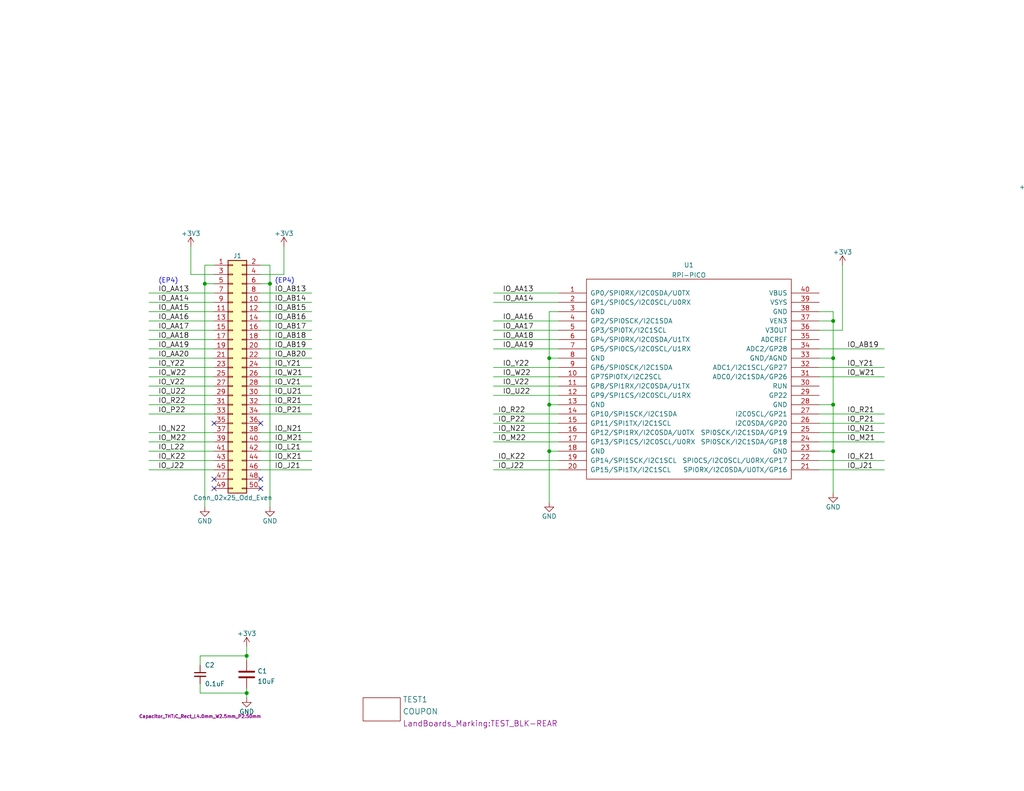
<source format=kicad_sch>
(kicad_sch (version 20211123) (generator eeschema)
  (paper "A")
  (title_block (title "ITX-PI-PICO") (date "2022-08-28") (rev "1") (company "land-boards.com") (comment 1 "PI PICO CARD FOR ITX"))
  (lib_symbols
    (symbol "Connector_Generic:Conn_02x25_Odd_Even" (pin_names (offset 1.016) hide)
      (property "Reference" "J" (at 1.27 33.02 0))
      (property "Value" "Conn_02x25_Odd_Even" (at 1.27 -33.02 0))
      (symbol "Conn_02x25_Odd_Even_1_1"
        (rectangle (start -1.27 -30.353) (end 0 -30.607) (stroke (width 0.1524)))
        (rectangle (start -1.27 -27.813) (end 0 -28.067) (stroke (width 0.1524)))
        (rectangle (start -1.27 -25.273) (end 0 -25.527) (stroke (width 0.1524)))
        (rectangle (start -1.27 -22.733) (end 0 -22.987) (stroke (width 0.1524)))
        (rectangle (start -1.27 -20.193) (end 0 -20.447) (stroke (width 0.1524)))
        (rectangle (start -1.27 -17.653) (end 0 -17.907) (stroke (width 0.1524)))
        (rectangle (start -1.27 -15.113) (end 0 -15.367) (stroke (width 0.1524)))
        (rectangle (start -1.27 -12.573) (end 0 -12.827) (stroke (width 0.1524)))
        (rectangle (start -1.27 -10.033) (end 0 -10.287) (stroke (width 0.1524)))
        (rectangle (start -1.27 -7.493) (end 0 -7.747) (stroke (width 0.1524)))
        (rectangle (start -1.27 -4.953) (end 0 -5.207) (stroke (width 0.1524)))
        (rectangle (start -1.27 -2.413) (end 0 -2.667) (stroke (width 0.1524)))
        (rectangle (start -1.27 0.127) (end 0 -0.127) (stroke (width 0.1524)))
        (rectangle (start -1.27 2.667) (end 0 2.413) (stroke (width 0.1524)))
        (rectangle (start -1.27 5.207) (end 0 4.953) (stroke (width 0.1524)))
        (rectangle (start -1.27 7.747) (end 0 7.493) (stroke (width 0.1524)))
        (rectangle (start -1.27 10.287) (end 0 10.033) (stroke (width 0.1524)))
        (rectangle (start -1.27 12.827) (end 0 12.573) (stroke (width 0.1524)))
        (rectangle (start -1.27 15.367) (end 0 15.113) (stroke (width 0.1524)))
        (rectangle (start -1.27 17.907) (end 0 17.653) (stroke (width 0.1524)))
        (rectangle (start -1.27 20.447) (end 0 20.193) (stroke (width 0.1524)))
        (rectangle (start -1.27 22.987) (end 0 22.733) (stroke (width 0.1524)))
        (rectangle (start -1.27 25.527) (end 0 25.273) (stroke (width 0.1524)))
        (rectangle (start -1.27 28.067) (end 0 27.813) (stroke (width 0.1524)))
        (rectangle (start -1.27 30.607) (end 0 30.353) (stroke (width 0.1524)))
        (rectangle (start -1.27 31.75) (end 3.81 -31.75) (stroke (width 0.254)) (fill (type background)))
        (rectangle (start 3.81 -30.353) (end 2.54 -30.607) (stroke (width 0.1524)))
        (rectangle (start 3.81 -27.813) (end 2.54 -28.067) (stroke (width 0.1524)))
        (rectangle (start 3.81 -25.273) (end 2.54 -25.527) (stroke (width 0.1524)))
        (rectangle (start 3.81 -22.733) (end 2.54 -22.987) (stroke (width 0.1524)))
        (rectangle (start 3.81 -20.193) (end 2.54 -20.447) (stroke (width 0.1524)))
        (rectangle (start 3.81 -17.653) (end 2.54 -17.907) (stroke (width 0.1524)))
        (rectangle (start 3.81 -15.113) (end 2.54 -15.367) (stroke (width 0.1524)))
        (rectangle (start 3.81 -12.573) (end 2.54 -12.827) (stroke (width 0.1524)))
        (rectangle (start 3.81 -10.033) (end 2.54 -10.287) (stroke (width 0.1524)))
        (rectangle (start 3.81 -7.493) (end 2.54 -7.747) (stroke (width 0.1524)))
        (rectangle (start 3.81 -4.953) (end 2.54 -5.207) (stroke (width 0.1524)))
        (rectangle (start 3.81 -2.413) (end 2.54 -2.667) (stroke (width 0.1524)))
        (rectangle (start 3.81 0.127) (end 2.54 -0.127) (stroke (width 0.1524)))
        (rectangle (start 3.81 2.667) (end 2.54 2.413) (stroke (width 0.1524)))
        (rectangle (start 3.81 5.207) (end 2.54 4.953) (stroke (width 0.1524)))
        (rectangle (start 3.81 7.747) (end 2.54 7.493) (stroke (width 0.1524)))
        (rectangle (start 3.81 10.287) (end 2.54 10.033) (stroke (width 0.1524)))
        (rectangle (start 3.81 12.827) (end 2.54 12.573) (stroke (width 0.1524)))
        (rectangle (start 3.81 15.367) (end 2.54 15.113) (stroke (width 0.1524)))
        (rectangle (start 3.81 17.907) (end 2.54 17.653) (stroke (width 0.1524)))
        (rectangle (start 3.81 20.447) (end 2.54 20.193) (stroke (width 0.1524)))
        (rectangle (start 3.81 22.987) (end 2.54 22.733) (stroke (width 0.1524)))
        (rectangle (start 3.81 25.527) (end 2.54 25.273) (stroke (width 0.1524)))
        (rectangle (start 3.81 28.067) (end 2.54 27.813) (stroke (width 0.1524)))
        (rectangle (start 3.81 30.607) (end 2.54 30.353) (stroke (width 0.1524)))
        (pin passive line (at -5.08 30.48 0) (length 3.81) (name "Pin_1") (number "1"))
        (pin passive line (at 7.62 20.32 180) (length 3.81) (name "Pin_10") (number "10"))
        (pin passive line (at -5.08 17.78 0) (length 3.81) (name "Pin_11") (number "11"))
        (pin passive line (at 7.62 17.78 180) (length 3.81) (name "Pin_12") (number "12"))
        (pin passive line (at -5.08 15.24 0) (length 3.81) (name "Pin_13") (number "13"))
        (pin passive line (at 7.62 15.24 180) (length 3.81) (name "Pin_14") (number "14"))
        (pin passive line (at -5.08 12.7 0) (length 3.81) (name "Pin_15") (number "15"))
        (pin passive line (at 7.62 12.7 180) (length 3.81) (name "Pin_16") (number "16"))
        (pin passive line (at -5.08 10.16 0) (length 3.81) (name "Pin_17") (number "17"))
        (pin passive line (at 7.62 10.16 180) (length 3.81) (name "Pin_18") (number "18"))
        (pin passive line (at -5.08 7.62 0) (length 3.81) (name "Pin_19") (number "19"))
        (pin passive line (at 7.62 30.48 180) (length 3.81) (name "Pin_2") (number "2"))
        (pin passive line (at 7.62 7.62 180) (length 3.81) (name "Pin_20") (number "20"))
        (pin passive line (at -5.08 5.08 0) (length 3.81) (name "Pin_21") (number "21"))
        (pin passive line (at 7.62 5.08 180) (length 3.81) (name "Pin_22") (number "22"))
        (pin passive line (at -5.08 2.54 0) (length 3.81) (name "Pin_23") (number "23"))
        (pin passive line (at 7.62 2.54 180) (length 3.81) (name "Pin_24") (number "24"))
        (pin passive line (at -5.08 0 0) (length 3.81) (name "Pin_25") (number "25"))
        (pin passive line (at 7.62 0 180) (length 3.81) (name "Pin_26") (number "26"))
        (pin passive line (at -5.08 -2.54 0) (length 3.81) (name "Pin_27") (number "27"))
        (pin passive line (at 7.62 -2.54 180) (length 3.81) (name "Pin_28") (number "28"))
        (pin passive line (at -5.08 -5.08 0) (length 3.81) (name "Pin_29") (number "29"))
        (pin passive line (at -5.08 27.94 0) (length 3.81) (name "Pin_3") (number "3"))
        (pin passive line (at 7.62 -5.08 180) (length 3.81) (name "Pin_30") (number "30"))
        (pin passive line (at -5.08 -7.62 0) (length 3.81) (name "Pin_31") (number "31"))
        (pin passive line (at 7.62 -7.62 180) (length 3.81) (name "Pin_32") (number "32"))
        (pin passive line (at -5.08 -10.16 0) (length 3.81) (name "Pin_33") (number "33"))
        (pin passive line (at 7.62 -10.16 180) (length 3.81) (name "Pin_34") (number "34"))
        (pin passive line (at -5.08 -12.7 0) (length 3.81) (name "Pin_35") (number "35"))
        (pin passive line (at 7.62 -12.7 180) (length 3.81) (name "Pin_36") (number "36"))
        (pin passive line (at -5.08 -15.24 0) (length 3.81) (name "Pin_37") (number "37"))
        (pin passive line (at 7.62 -15.24 180) (length 3.81) (name "Pin_38") (number "38"))
        (pin passive line (at -5.08 -17.78 0) (length 3.81) (name "Pin_39") (number "39"))
        (pin passive line (at 7.62 27.94 180) (length 3.81) (name "Pin_4") (number "4"))
        (pin passive line (at 7.62 -17.78 180) (length 3.81) (name "Pin_40") (number "40"))
        (pin passive line (at -5.08 -20.32 0) (length 3.81) (name "Pin_41") (number "41"))
        (pin passive line (at 7.62 -20.32 180) (length 3.81) (name "Pin_42") (number "42"))
        (pin passive line (at -5.08 -22.86 0) (length 3.81) (name "Pin_43") (number "43"))
        (pin passive line (at 7.62 -22.86 180) (length 3.81) (name "Pin_44") (number "44"))
        (pin passive line (at -5.08 -25.4 0) (length 3.81) (name "Pin_45") (number "45"))
        (pin passive line (at 7.62 -25.4 180) (length 3.81) (name "Pin_46") (number "46"))
        (pin passive line (at -5.08 -27.94 0) (length 3.81) (name "Pin_47") (number "47"))
        (pin passive line (at 7.62 -27.94 180) (length 3.81) (name "Pin_48") (number "48"))
        (pin passive line (at -5.08 -30.48 0) (length 3.81) (name "Pin_49") (number "49"))
        (pin passive line (at -5.08 25.4 0) (length 3.81) (name "Pin_5") (number "5"))
        (pin passive line (at 7.62 -30.48 180) (length 3.81) (name "Pin_50") (number "50"))
        (pin passive line (at 7.62 25.4 180) (length 3.81) (name "Pin_6") (number "6"))
        (pin passive line (at -5.08 22.86 0) (length 3.81) (name "Pin_7") (number "7"))
        (pin passive line (at 7.62 22.86 180) (length 3.81) (name "Pin_8") (number "8"))
        (pin passive line (at -5.08 20.32 0) (length 3.81) (name "Pin_9") (number "9"))
      )
    )
    (symbol "Device:C" (pin_numbers hide) (pin_names (offset 0.254))
      (property "Reference" "C" (at 0.635 2.54 0))
      (property "Value" "C" (at 0.635 -2.54 0))
      (symbol "C_0_1"
        (polyline (pts (xy -2.032 -0.762) (xy 2.032 -0.762)) (stroke (width 0.508)))
        (polyline (pts (xy -2.032 0.762) (xy 2.032 0.762)) (stroke (width 0.508)))
      )
      (symbol "C_1_1"
        (pin passive line (at 0 3.81 270) (length 2.794) (name "~") (number "1"))
        (pin passive line (at 0 -3.81 90) (length 2.794) (name "~") (number "2"))
      )
    )
    (symbol "Device:C_Small" (pin_numbers hide) (pin_names (offset 0.254) hide)
      (property "Reference" "C" (at 0.254 1.778 0))
      (property "Value" "C_Small" (at 0.254 -2.032 0))
      (symbol "C_Small_0_1"
        (polyline (pts (xy -1.524 -0.508) (xy 1.524 -0.508)) (stroke (width 0.3302)))
        (polyline (pts (xy -1.524 0.508) (xy 1.524 0.508)) (stroke (width 0.3048)))
      )
      (symbol "C_Small_1_1"
        (pin passive line (at 0 2.54 270) (length 2.032) (name "~") (number "1"))
        (pin passive line (at 0 -2.54 90) (length 2.032) (name "~") (number "2"))
      )
    )
    (symbol "LandBoards:COUPON" (pin_names (offset 1.016))
      (property "Reference" "COUP?" (at 0 0 0))
      (property "Value" "COUPON" (at 0 0 0))
      (symbol "COUPON_0_1"
        (rectangle (start -5.08 0) (end 5.08 6.35))
      )
    )
    (symbol "LandBoards_Semis:RPi-PICO" (pin_names (offset 1.016))
      (property "Reference" "U" (at 0 29.21 0))
      (property "Value" "RPi-PICO" (at 8.89 -30.48 0))
      (symbol "RPi-PICO_1_0"
        (rectangle (start -29.21 -29.21) (end 26.67 25.4))
      )
      (symbol "RPi-PICO_1_1"
        (pin bidirectional line (at -36.83 21.59 0) (length 7.62) (name "GP0/SPI0RX/I2C0SDA/U0TX") (number "1"))
        (pin bidirectional line (at -36.83 -1.27 0) (length 7.62) (name "GP7SPI0TX/I2C2SCL") (number "10"))
        (pin bidirectional line (at -36.83 -3.81 0) (length 7.62) (name "GP8/SPI1RX/I2C0SDA/U1TX") (number "11"))
        (pin bidirectional line (at -36.83 -6.35 0) (length 7.62) (name "GP9/SPI1CS/I2C0SCL/U1RX") (number "12"))
        (pin power_in line (at -36.83 -8.89 0) (length 7.62) (name "GND") (number "13"))
        (pin bidirectional line (at -36.83 -11.43 0) (length 7.62) (name "GP10/SPI1SCK/I2C1SDA") (number "14"))
        (pin bidirectional line (at -36.83 -13.97 0) (length 7.62) (name "GP11/SPI1TX/I2C1SCL") (number "15"))
        (pin bidirectional line (at -36.83 -16.51 0) (length 7.62) (name "GP12/SPI1RX/I2C0SDA/U0TX") (number "16"))
        (pin bidirectional line (at -36.83 -19.05 0) (length 7.62) (name "GP13/SPI1CS/I2C0SCL/U0RX") (number "17"))
        (pin power_in line (at -36.83 -21.59 0) (length 7.62) (name "GND") (number "18"))
        (pin bidirectional line (at -36.83 -24.13 0) (length 7.62) (name "GP14/SPI1SCK/I2C1SCL") (number "19"))
        (pin bidirectional line (at -36.83 19.05 0) (length 7.62) (name "GP1/SPI0CS/I2C0SCL/U0RX") (number "2"))
        (pin bidirectional line (at -36.83 -26.67 0) (length 7.62) (name "GP15/SPI1TX/I2C1SCL") (number "20"))
        (pin bidirectional line (at 34.29 -26.67 180) (length 7.62) (name "SPI0RX/I2C0SDA/U0TX/GP16") (number "21"))
        (pin bidirectional line (at 34.29 -24.13 180) (length 7.62) (name "SPI0CS/I2C0SCL/U0RX/GP17") (number "22"))
        (pin power_in line (at 34.29 -21.59 180) (length 7.62) (name "GND") (number "23"))
        (pin bidirectional line (at 34.29 -19.05 180) (length 7.62) (name "SPI0SCK/I2C1SDA/GP18") (number "24"))
        (pin bidirectional line (at 34.29 -16.51 180) (length 7.62) (name "SPI0SCK/I2C1SDA/GP19") (number "25"))
        (pin bidirectional line (at 34.29 -13.97 180) (length 7.62) (name "I2C0SDA/GP20") (number "26"))
        (pin bidirectional line (at 34.29 -11.43 180) (length 7.62) (name "I2C0SCL/GP21") (number "27"))
        (pin power_in line (at 34.29 -8.89 180) (length 7.62) (name "GND") (number "28"))
        (pin bidirectional line (at 34.29 -6.35 180) (length 7.62) (name "GP22") (number "29"))
        (pin power_in line (at -36.83 16.51 0) (length 7.62) (name "GND") (number "3"))
        (pin input line (at 34.29 -3.81 180) (length 7.62) (name "RUN") (number "30"))
        (pin bidirectional line (at 34.29 -1.27 180) (length 7.62) (name "ADC0/I2C1SDA/GP26") (number "31"))
        (pin bidirectional line (at 34.29 1.27 180) (length 7.62) (name "ADC1/I2C1SCL/GP27") (number "32"))
        (pin power_in line (at 34.29 3.81 180) (length 7.62) (name "GND/AGND") (number "33"))
        (pin bidirectional line (at 34.29 6.35 180) (length 7.62) (name "ADC2/GP28") (number "34"))
        (pin power_in line (at 34.29 8.89 180) (length 7.62) (name "ADCREF") (number "35"))
        (pin power_out line (at 34.29 11.43 180) (length 7.62) (name "V3OUT") (number "36"))
        (pin bidirectional line (at 34.29 13.97 180) (length 7.62) (name "VEN3") (number "37"))
        (pin power_in line (at 34.29 16.51 180) (length 7.62) (name "GND") (number "38"))
        (pin power_in line (at 34.29 19.05 180) (length 7.62) (name "VSYS") (number "39"))
        (pin bidirectional line (at -36.83 13.97 0) (length 7.62) (name "GP2/SPI0SCK/I2C1SDA") (number "4"))
        (pin power_out line (at 34.29 21.59 180) (length 7.62) (name "VBUS") (number "40"))
        (pin bidirectional line (at -36.83 11.43 0) (length 7.62) (name "GP3/SPI0TX/I2C1SCL") (number "5"))
        (pin bidirectional line (at -36.83 8.89 0) (length 7.62) (name "GP4/SPI0RX/I2C0SDA/U1TX") (number "6"))
        (pin bidirectional line (at -36.83 6.35 0) (length 7.62) (name "GP5/SPI0CS/I2C0SCL/U1RX") (number "7"))
        (pin power_in line (at -36.83 3.81 0) (length 7.62) (name "GND") (number "8"))
        (pin bidirectional line (at -36.83 1.27 0) (length 7.62) (name "GP6/SPI0SCK/I2C1SDA") (number "9"))
      )
    )
    (symbol "power:+3.3V" (power) (pin_names (offset 0))
      (property "Value" "+3.3V" (at 0 3.556 0))
      (symbol "+3.3V_0_1"
        (polyline (pts (xy -0.762 1.27) (xy 0 2.54)))
        (polyline (pts (xy 0 0) (xy 0 2.54)))
        (polyline (pts (xy 0 2.54) (xy 0.762 1.27)))
      )
      (symbol "+3.3V_1_1"
        (pin power_in line (at 0 0 90) (length 0) hide (name "+3V3") (number "1"))
      )
    )
    (symbol "power:GND" (power) (pin_names (offset 0))
      (property "Value" "GND" (at 0 -3.81 0))
      (symbol "GND_0_1"
        (polyline (pts (xy 0 0) (xy 0 -1.27) (xy 1.27 -1.27) (xy 0 -2.54) (xy -1.27 -1.27) (xy 0 -1.27)))
      )
      (symbol "GND_1_1"
        (pin power_in line (at 0 0 270) (length 0) hide (name "GND") (number "1"))
      )
    )
  )
  (junction (at 227.33 87.63))
  (junction (at 73.66 77.47))
  (junction (at 67.31 189.23))
  (junction (at 55.88 77.47))
  (junction (at 149.86 110.49))
  (junction (at 149.86 123.19))
  (junction (at 149.86 97.79))
  (junction (at 67.31 179.07))
  (junction (at 227.33 110.49))
  (junction (at 227.33 123.19))
  (junction (at 227.33 97.79))
  (no_connect (at 71.12 115.57))
  (no_connect (at 71.12 130.81))
  (no_connect (at 71.12 133.35))
  (no_connect (at 58.42 133.35))
  (no_connect (at 58.42 115.57))
  (no_connect (at 58.42 130.81))
  (wire (pts (xy 152.4 82.55) (xy 134.62 82.55)))
  (wire (pts (xy 40.64 92.71) (xy 58.42 92.71)))
  (wire (pts (xy 227.33 85.09) (xy 223.52 85.09)))
  (wire (pts (xy 67.31 187.96) (xy 67.31 189.23)))
  (wire (pts (xy 241.3 125.73) (xy 223.52 125.73)))
  (wire (pts (xy 227.33 123.19) (xy 227.33 110.49)))
  (wire (pts (xy 58.42 113.03) (xy 40.64 113.03)))
  (wire (pts (xy 58.42 74.93) (xy 52.07 74.93)))
  (wire (pts (xy 85.09 120.65) (xy 71.12 120.65)))
  (wire (pts (xy 241.3 100.33) (xy 223.52 100.33)))
  (wire (pts (xy 67.31 176.53) (xy 67.31 179.07)))
  (wire (pts (xy 227.33 97.79) (xy 227.33 110.49)))
  (wire (pts (xy 58.42 107.95) (xy 40.64 107.95)))
  (wire (pts (xy 40.64 128.27) (xy 58.42 128.27)))
  (wire (pts (xy 85.09 123.19) (xy 71.12 123.19)))
  (wire (pts (xy 149.86 123.19) (xy 152.4 123.19)))
  (wire (pts (xy 71.12 128.27) (xy 85.09 128.27)))
  (wire (pts (xy 152.4 125.73) (xy 134.62 125.73)))
  (wire (pts (xy 71.12 82.55) (xy 85.09 82.55)))
  (wire (pts (xy 54.61 189.23) (xy 54.61 186.69)))
  (wire (pts (xy 241.3 113.03) (xy 223.52 113.03)))
  (wire (pts (xy 227.33 85.09) (xy 227.33 87.63)))
  (wire (pts (xy 85.09 110.49) (xy 71.12 110.49)))
  (wire (pts (xy 55.88 77.47) (xy 55.88 138.43)))
  (wire (pts (xy 149.86 123.19) (xy 149.86 110.49)))
  (wire (pts (xy 149.86 97.79) (xy 149.86 85.09)))
  (wire (pts (xy 85.09 100.33) (xy 71.12 100.33)))
  (wire (pts (xy 40.64 90.17) (xy 58.42 90.17)))
  (wire (pts (xy 58.42 102.87) (xy 40.64 102.87)))
  (wire (pts (xy 58.42 110.49) (xy 40.64 110.49)))
  (wire (pts (xy 54.61 179.07) (xy 54.61 181.61)))
  (wire (pts (xy 280.67 54.61) (xy 280.67 57.15)))
  (wire (pts (xy 71.12 85.09) (xy 85.09 85.09)))
  (wire (pts (xy 85.09 113.03) (xy 71.12 113.03)))
  (wire (pts (xy 241.3 120.65) (xy 223.52 120.65)))
  (wire (pts (xy 152.4 118.11) (xy 134.62 118.11)))
  (wire (pts (xy 227.33 110.49) (xy 223.52 110.49)))
  (wire (pts (xy 223.52 87.63) (xy 227.33 87.63)))
  (wire (pts (xy 149.86 110.49) (xy 152.4 110.49)))
  (wire (pts (xy 223.52 97.79) (xy 227.33 97.79)))
  (wire (pts (xy 152.4 120.65) (xy 134.62 120.65)))
  (wire (pts (xy 223.52 90.17) (xy 229.87 90.17)))
  (wire (pts (xy 227.33 87.63) (xy 227.33 97.79)))
  (wire (pts (xy 152.4 92.71) (xy 134.62 92.71)))
  (wire (pts (xy 85.09 102.87) (xy 71.12 102.87)))
  (wire (pts (xy 40.64 82.55) (xy 58.42 82.55)))
  (wire (pts (xy 149.86 110.49) (xy 149.86 97.79)))
  (wire (pts (xy 71.12 80.01) (xy 85.09 80.01)))
  (wire (pts (xy 58.42 120.65) (xy 40.64 120.65)))
  (wire (pts (xy 67.31 189.23) (xy 67.31 190.5)))
  (wire (pts (xy 71.12 92.71) (xy 85.09 92.71)))
  (wire (pts (xy 152.4 113.03) (xy 134.62 113.03)))
  (wire (pts (xy 241.3 102.87) (xy 223.52 102.87)))
  (wire (pts (xy 71.12 87.63) (xy 85.09 87.63)))
  (wire (pts (xy 67.31 179.07) (xy 67.31 180.34)))
  (wire (pts (xy 152.4 105.41) (xy 134.62 105.41)))
  (wire (pts (xy 71.12 72.39) (xy 73.66 72.39)))
  (wire (pts (xy 58.42 72.39) (xy 55.88 72.39)))
  (wire (pts (xy 152.4 87.63) (xy 134.62 87.63)))
  (wire (pts (xy 67.31 189.23) (xy 54.61 189.23)))
  (wire (pts (xy 55.88 72.39) (xy 55.88 77.47)))
  (wire (pts (xy 58.42 125.73) (xy 40.64 125.73)))
  (wire (pts (xy 58.42 123.19) (xy 40.64 123.19)))
  (wire (pts (xy 152.4 102.87) (xy 134.62 102.87)))
  (wire (pts (xy 77.47 74.93) (xy 77.47 67.31)))
  (wire (pts (xy 149.86 85.09) (xy 152.4 85.09)))
  (wire (pts (xy 52.07 74.93) (xy 52.07 67.31)))
  (wire (pts (xy 152.4 95.25) (xy 134.62 95.25)))
  (wire (pts (xy 85.09 118.11) (xy 71.12 118.11)))
  (wire (pts (xy 152.4 128.27) (xy 134.62 128.27)))
  (wire (pts (xy 152.4 80.01) (xy 134.62 80.01)))
  (wire (pts (xy 40.64 95.25) (xy 58.42 95.25)))
  (wire (pts (xy 73.66 72.39) (xy 73.66 77.47)))
  (wire (pts (xy 149.86 137.16) (xy 149.86 123.19)))
  (wire (pts (xy 67.31 179.07) (xy 54.61 179.07)))
  (wire (pts (xy 58.42 97.79) (xy 40.64 97.79)))
  (wire (pts (xy 241.3 115.57) (xy 223.52 115.57)))
  (wire (pts (xy 227.33 123.19) (xy 223.52 123.19)))
  (wire (pts (xy 58.42 105.41) (xy 40.64 105.41)))
  (wire (pts (xy 40.64 85.09) (xy 58.42 85.09)))
  (wire (pts (xy 85.09 125.73) (xy 71.12 125.73)))
  (wire (pts (xy 40.64 87.63) (xy 58.42 87.63)))
  (wire (pts (xy 85.09 107.95) (xy 71.12 107.95)))
  (wire (pts (xy 152.4 107.95) (xy 134.62 107.95)))
  (wire (pts (xy 85.09 97.79) (xy 71.12 97.79)))
  (wire (pts (xy 71.12 74.93) (xy 77.47 74.93)))
  (wire (pts (xy 241.3 118.11) (xy 223.52 118.11)))
  (wire (pts (xy 229.87 90.17) (xy 229.87 72.39)))
  (wire (pts (xy 73.66 77.47) (xy 73.66 138.43)))
  (wire (pts (xy 58.42 77.47) (xy 55.88 77.47)))
  (wire (pts (xy 58.42 100.33) (xy 40.64 100.33)))
  (wire (pts (xy 71.12 77.47) (xy 73.66 77.47)))
  (wire (pts (xy 152.4 90.17) (xy 134.62 90.17)))
  (wire (pts (xy 241.3 95.25) (xy 223.52 95.25)))
  (wire (pts (xy 149.86 97.79) (xy 152.4 97.79)))
  (wire (pts (xy 58.42 118.11) (xy 40.64 118.11)))
  (wire (pts (xy 241.3 128.27) (xy 223.52 128.27)))
  (wire (pts (xy 152.4 115.57) (xy 134.62 115.57)))
  (wire (pts (xy 152.4 100.33) (xy 134.62 100.33)))
  (wire (pts (xy 71.12 90.17) (xy 85.09 90.17)))
  (wire (pts (xy 40.64 80.01) (xy 58.42 80.01)))
  (wire (pts (xy 85.09 105.41) (xy 71.12 105.41)))
  (wire (pts (xy 227.33 134.62) (xy 227.33 123.19)))
  (wire (pts (xy 71.12 95.25) (xy 85.09 95.25)))
  (text "(EP4)" (at 43.18 77.47 0) (effects (font (size 1.27 1.27)) (justify left bottom)))
  (text "(EP4)" (at 74.93 77.47 0) (effects (font (size 1.27 1.27)) (justify left bottom)))
  (label "IO_U22" (at 43.18 107.95 0) (effects (font (size 1.397 1.397))))
  (label "IO_AA20" (at 43.18 97.79 0) (effects (font (size 1.397 1.397))))
  (label "IO_V21" (at 74.93 105.41 0) (effects (font (size 1.397 1.397))))
  (label "IO_W22" (at 43.18 102.87 0) (effects (font (size 1.397 1.397))))
  (label "IO_N21" (at 74.93 118.11 0) (effects (font (size 1.397 1.397))))
  (label "IO_AB18" (at 74.93 92.71 0) (effects (font (size 1.397 1.397))))
  (label "IO_P22" (at 43.18 113.03 0) (effects (font (size 1.397 1.397))))
  (label "IO_AB17" (at 74.93 90.17 0) (effects (font (size 1.397 1.397))))
  (label "IO_M22" (at 135.89 120.65 0) (effects (font (size 1.397 1.397))))
  (label "IO_AB20" (at 74.93 97.79 0) (effects (font (size 1.397 1.397))))
  (label "IO_AB19" (at 231.14 95.25 0) (effects (font (size 1.397 1.397))))
  (label "IO_AA15" (at 43.18 85.09 0) (effects (font (size 1.397 1.397))))
  (label "IO_R21" (at 74.93 110.49 0) (effects (font (size 1.397 1.397))))
  (label "IO_AB15" (at 74.93 85.09 0) (effects (font (size 1.397 1.397))))
  (label "IO_AA18" (at 43.18 92.71 0) (effects (font (size 1.397 1.397))))
  (label "IO_V22" (at 137.16 105.41 0) (effects (font (size 1.397 1.397))))
  (label "IO_P21" (at 231.14 115.57 0) (effects (font (size 1.397 1.397))))
  (label "IO_U22" (at 137.16 107.95 0) (effects (font (size 1.397 1.397))))
  (label "IO_Y21" (at 231.14 100.33 0) (effects (font (size 1.397 1.397))))
  (label "IO_W21" (at 74.93 102.87 0) (effects (font (size 1.397 1.397))))
  (label "IO_AA18" (at 137.16 92.71 0) (effects (font (size 1.397 1.397))))
  (label "IO_M22" (at 43.18 120.65 0) (effects (font (size 1.397 1.397))))
  (label "IO_U21" (at 74.93 107.95 0) (effects (font (size 1.397 1.397))))
  (label "IO_V22" (at 43.18 105.41 0) (effects (font (size 1.397 1.397))))
  (label "IO_J21" (at 231.14 128.27 0) (effects (font (size 1.397 1.397))))
  (label "IO_K21" (at 231.14 125.73 0) (effects (font (size 1.397 1.397))))
  (label "IO_AA13" (at 137.16 80.01 0) (effects (font (size 1.397 1.397))))
  (label "IO_M21" (at 231.14 120.65 0) (effects (font (size 1.397 1.397))))
  (label "IO_AA14" (at 137.16 82.55 0) (effects (font (size 1.397 1.397))))
  (label "IO_AA16" (at 137.16 87.63 0) (effects (font (size 1.397 1.397))))
  (label "IO_K21" (at 74.93 125.73 0) (effects (font (size 1.397 1.397))))
  (label "IO_Y22" (at 43.18 100.33 0) (effects (font (size 1.397 1.397))))
  (label "IO_AA13" (at 43.18 80.01 0) (effects (font (size 1.397 1.397))))
  (label "IO_R21" (at 231.14 113.03 0) (effects (font (size 1.397 1.397))))
  (label "IO_AB14" (at 74.93 82.55 0) (effects (font (size 1.397 1.397))))
  (label "IO_AA19" (at 43.18 95.25 0) (effects (font (size 1.397 1.397))))
  (label "IO_AB16" (at 74.93 87.63 0) (effects (font (size 1.397 1.397))))
  (label "IO_AA14" (at 43.18 82.55 0) (effects (font (size 1.397 1.397))))
  (label "IO_K22" (at 43.18 125.73 0) (effects (font (size 1.397 1.397))))
  (label "IO_Y22" (at 137.16 100.33 0) (effects (font (size 1.397 1.397))))
  (label "IO_N22" (at 43.18 118.11 0) (effects (font (size 1.397 1.397))))
  (label "IO_W21" (at 231.14 102.87 0) (effects (font (size 1.397 1.397))))
  (label "IO_AA17" (at 137.16 90.17 0) (effects (font (size 1.397 1.397))))
  (label "IO_AA16" (at 43.18 87.63 0) (effects (font (size 1.397 1.397))))
  (label "IO_AA19" (at 137.16 95.25 0) (effects (font (size 1.397 1.397))))
  (label "IO_P21" (at 74.93 113.03 0) (effects (font (size 1.397 1.397))))
  (label "IO_R22" (at 135.89 113.03 0) (effects (font (size 1.397 1.397))))
  (label "IO_J22" (at 43.18 128.27 0) (effects (font (size 1.397 1.397))))
  (label "IO_AB19" (at 74.93 95.25 0) (effects (font (size 1.397 1.397))))
  (label "IO_M21" (at 74.93 120.65 0) (effects (font (size 1.397 1.397))))
  (label "IO_AA17" (at 43.18 90.17 0) (effects (font (size 1.397 1.397))))
  (label "IO_P22" (at 135.89 115.57 0) (effects (font (size 1.397 1.397))))
  (label "IO_W22" (at 137.16 102.87 0) (effects (font (size 1.397 1.397))))
  (label "IO_N21" (at 231.14 118.11 0) (effects (font (size 1.397 1.397))))
  (label "IO_Y21" (at 74.93 100.33 0) (effects (font (size 1.397 1.397))))
  (label "IO_L22" (at 43.18 123.19 0) (effects (font (size 1.397 1.397))))
  (label "IO_K22" (at 135.89 125.73 0) (effects (font (size 1.397 1.397))))
  (label "IO_R22" (at 43.18 110.49 0) (effects (font (size 1.397 1.397))))
  (label "IO_L21" (at 74.93 123.19 0) (effects (font (size 1.397 1.397))))
  (label "IO_AB13" (at 74.93 80.01 0) (effects (font (size 1.397 1.397))))
  (label "IO_J21" (at 74.93 128.27 0) (effects (font (size 1.397 1.397))))
  (label "IO_N22" (at 135.89 118.11 0) (effects (font (size 1.397 1.397))))
  (label "IO_J22" (at 135.89 128.27 0) (effects (font (size 1.397 1.397))))
  (symbol (lib_id "LandBoards_Semis:RPi-PICO") (at 189.23 101.6 0) (unit 1)
    (property "Reference" "U1" (at 187.96 72.3605 0))
    (property "Value" "RPi-PICO" (at 187.96 75.1356 0))
    (property "Footprint" "LandBoards_BoardOutlines:RasPiPico" (effects hide))
    (property "Datasheet" "DOCUMENTATION" (effects hide))
  )
  (symbol (lib_id "LandBoards:COUPON") (at 104.14 196.85 0) (unit 1)
    (property "Reference" "TEST1" (at 109.855 190.9708 0) (effects (font (size 1.524 1.524)) (justify left)))
    (property "Value" "COUPON" (at 109.855 194.2498 0) (effects (font (size 1.524 1.524)) (justify left)))
    (property "Footprint" "LandBoards_Marking:TEST_BLK-REAR" (at 109.855 197.5288 0) (effects (font (size 1.524 1.524)) (justify left)))
  )
  (symbol (lib_id "power:GND") (at 55.88 138.43 0) (unit 1)
    (property "Reference" "#PWR0103" (effects hide))
    (property "Value" "GND" (at 55.88 142.24 0))
  )
  (symbol (lib_id "power:+3.3V") (at 52.07 67.31 0) (unit 1)
    (property "Reference" "#PWR0101" (effects hide))
    (property "Value" "+3.3V" (at 52.07 63.754 0))
  )
  (symbol (lib_id "power:+3.3V") (at 280.67 54.61 0) (unit 1)
    (property "Reference" "#PWR0134" (effects hide))
    (property "Value" "+3.3V" (at 280.67 51.054 0))
  )
  (symbol (lib_id "Device:C") (at 67.31 184.15 0) (unit 1)
    (property "Reference" "C1" (at 70.231 183.2415 0) (effects (justify left)))
    (property "Value" "10uF" (at 70.231 186.0166 0) (effects (justify left)))
    (property "Footprint" "Capacitor_THT:CP_Radial_D5.0mm_P2.50mm" (effects hide))
  )
  (symbol (lib_id "power:+3.3V") (at 77.47 67.31 0) (unit 1)
    (property "Reference" "#PWR0102" (effects hide))
    (property "Value" "+3.3V" (at 77.47 63.754 0))
  )
  (symbol (lib_id "power:+3.3V") (at 229.87 72.39 0) (unit 1)
    (property "Reference" "#PWR0108" (effects hide))
    (property "Value" "+3.3V" (at 229.87 68.834 0))
  )
  (symbol (lib_id "Device:C_Small") (at 54.61 184.15 0) (unit 1)
    (property "Reference" "C2" (at 55.88 181.61 0) (effects (justify left)))
    (property "Value" "0.1uF" (at 55.88 186.69 0) (effects (justify left)))
    (property "Footprint" "Capacitor_THT:C_Rect_L4.0mm_W2.5mm_P2.50mm" (at 54.61 195.58 0) (effects (font (size 0.889 0.889))))
  )
  (symbol (lib_id "power:GND") (at 73.66 138.43 0) (unit 1)
    (property "Reference" "#PWR0104" (effects hide))
    (property "Value" "GND" (at 73.66 142.24 0))
  )
  (symbol (lib_id "Connector_Generic:Conn_02x25_Odd_Even") (at 63.5 102.87 0) (unit 1)
    (property "Reference" "J1" (at 64.77 69.85 0))
    (property "Value" "Conn_02x25_Odd_Even" (at 63.5 135.89 0))
    (property "Footprint" "Connector_PinHeader_2.54mm:PinHeader_2x25_P2.54mm_Horizontal" (effects hide))
  )
  (symbol (lib_id "power:GND") (at 149.86 137.16 0) (unit 1)
    (property "Reference" "#PWR0107" (effects hide))
    (property "Value" "GND" (at 149.86 140.97 0))
  )
  (symbol (lib_id "power:GND") (at 227.33 134.62 0) (unit 1)
    (property "Reference" "#PWR0133" (effects hide))
    (property "Value" "GND" (at 227.33 138.43 0))
  )
  (symbol (lib_id "power:GND") (at 67.31 190.5 0) (unit 1)
    (property "Reference" "#PWR0106" (effects hide))
    (property "Value" "GND" (at 67.31 194.31 0))
  )
  (symbol (lib_id "power:+3.3V") (at 67.31 176.53 0) (unit 1)
    (property "Reference" "#PWR0105" (effects hide))
    (property "Value" "+3.3V" (at 67.31 172.974 0))
  )
)
</source>
